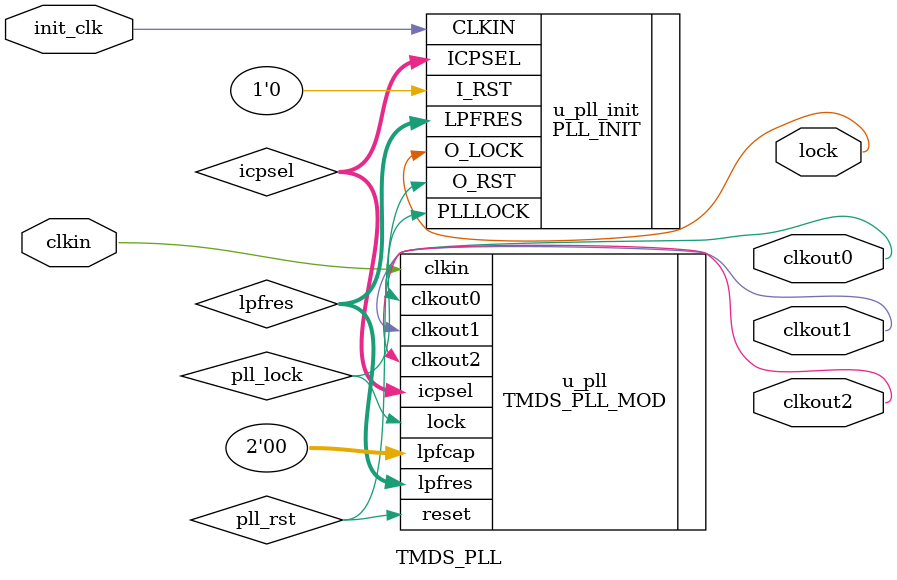
<source format=v>
module TMDS_PLL(
    clkin,
    init_clk,
    clkout0,
    clkout1,
    clkout2,
    lock
);


input clkin;
input init_clk;
output clkout0;
output clkout1;
output clkout2;
output lock;
wire [5:0] icpsel;
wire [2:0] lpfres;
wire pll_lock;
wire pll_rst;


    TMDS_PLL_MOD u_pll(
        .clkout1(clkout1),
        .clkout2(clkout2),
        .clkout0(clkout0),
        .lock(pll_lock),
        .clkin(clkin),
        .reset(pll_rst),
        .icpsel(icpsel),
        .lpfres(lpfres),
        .lpfcap(2'b00)
    );


    PLL_INIT u_pll_init(
        .CLKIN(init_clk),
        .I_RST(1'b0),
        .O_RST(pll_rst),
        .PLLLOCK(pll_lock),
        .O_LOCK(lock),
        .ICPSEL(icpsel),
        .LPFRES(lpfres)
    );
    defparam u_pll_init.CLK_PERIOD = 20;
    defparam u_pll_init.MULTI_FAC = 14;


endmodule

</source>
